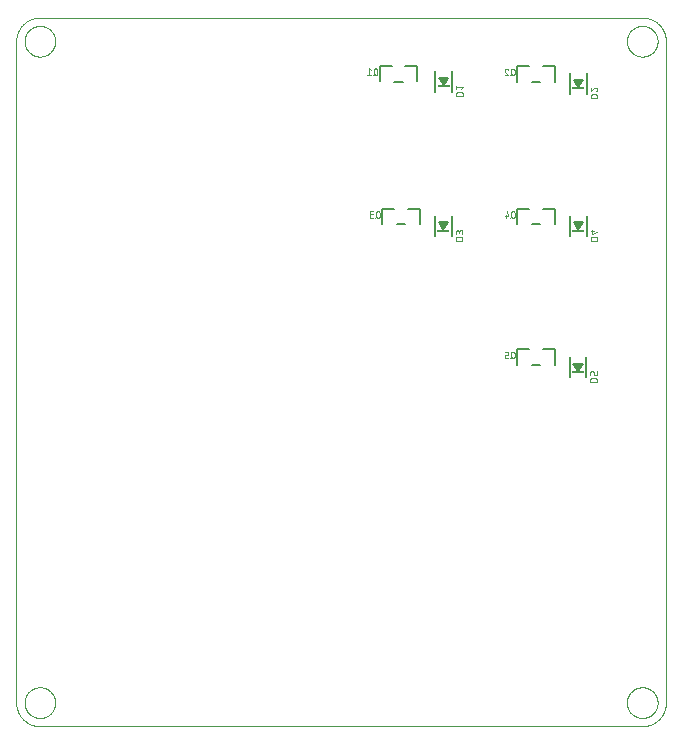
<source format=gbo>
G75*
%MOIN*%
%OFA0B0*%
%FSLAX25Y25*%
%IPPOS*%
%LPD*%
%AMOC8*
5,1,8,0,0,1.08239X$1,22.5*
%
%ADD10C,0.00001*%
%ADD11C,0.00800*%
%ADD12C,0.00200*%
%ADD13R,0.03937X0.00787*%
D10*
X0105675Y0063549D02*
X0105675Y0284021D01*
X0108431Y0284021D02*
X0108433Y0284164D01*
X0108439Y0284307D01*
X0108449Y0284449D01*
X0108463Y0284591D01*
X0108481Y0284733D01*
X0108503Y0284875D01*
X0108528Y0285015D01*
X0108558Y0285155D01*
X0108592Y0285294D01*
X0108629Y0285432D01*
X0108671Y0285569D01*
X0108716Y0285704D01*
X0108765Y0285838D01*
X0108817Y0285971D01*
X0108873Y0286103D01*
X0108933Y0286232D01*
X0108997Y0286360D01*
X0109064Y0286487D01*
X0109135Y0286611D01*
X0109209Y0286733D01*
X0109286Y0286853D01*
X0109367Y0286971D01*
X0109451Y0287087D01*
X0109538Y0287200D01*
X0109628Y0287311D01*
X0109722Y0287419D01*
X0109818Y0287525D01*
X0109917Y0287627D01*
X0110020Y0287727D01*
X0110124Y0287824D01*
X0110232Y0287919D01*
X0110342Y0288010D01*
X0110455Y0288098D01*
X0110570Y0288182D01*
X0110687Y0288264D01*
X0110807Y0288342D01*
X0110928Y0288417D01*
X0111052Y0288489D01*
X0111178Y0288557D01*
X0111305Y0288621D01*
X0111435Y0288682D01*
X0111566Y0288739D01*
X0111698Y0288793D01*
X0111832Y0288842D01*
X0111967Y0288889D01*
X0112104Y0288931D01*
X0112242Y0288969D01*
X0112380Y0289004D01*
X0112520Y0289034D01*
X0112660Y0289061D01*
X0112801Y0289084D01*
X0112943Y0289103D01*
X0113085Y0289118D01*
X0113228Y0289129D01*
X0113370Y0289136D01*
X0113513Y0289139D01*
X0113656Y0289138D01*
X0113799Y0289133D01*
X0113942Y0289124D01*
X0114084Y0289111D01*
X0114226Y0289094D01*
X0114367Y0289073D01*
X0114508Y0289048D01*
X0114648Y0289020D01*
X0114787Y0288987D01*
X0114925Y0288950D01*
X0115062Y0288910D01*
X0115198Y0288866D01*
X0115333Y0288818D01*
X0115466Y0288766D01*
X0115598Y0288711D01*
X0115728Y0288652D01*
X0115857Y0288589D01*
X0115983Y0288523D01*
X0116108Y0288453D01*
X0116231Y0288380D01*
X0116351Y0288304D01*
X0116470Y0288224D01*
X0116586Y0288140D01*
X0116700Y0288054D01*
X0116811Y0287964D01*
X0116920Y0287872D01*
X0117026Y0287776D01*
X0117130Y0287678D01*
X0117231Y0287576D01*
X0117328Y0287472D01*
X0117423Y0287365D01*
X0117515Y0287256D01*
X0117604Y0287144D01*
X0117690Y0287029D01*
X0117772Y0286913D01*
X0117851Y0286793D01*
X0117927Y0286672D01*
X0117999Y0286549D01*
X0118068Y0286424D01*
X0118133Y0286297D01*
X0118195Y0286168D01*
X0118253Y0286037D01*
X0118308Y0285905D01*
X0118358Y0285771D01*
X0118405Y0285636D01*
X0118449Y0285500D01*
X0118488Y0285363D01*
X0118523Y0285224D01*
X0118555Y0285085D01*
X0118583Y0284945D01*
X0118607Y0284804D01*
X0118627Y0284662D01*
X0118643Y0284520D01*
X0118655Y0284378D01*
X0118663Y0284235D01*
X0118667Y0284092D01*
X0118667Y0283950D01*
X0118663Y0283807D01*
X0118655Y0283664D01*
X0118643Y0283522D01*
X0118627Y0283380D01*
X0118607Y0283238D01*
X0118583Y0283097D01*
X0118555Y0282957D01*
X0118523Y0282818D01*
X0118488Y0282679D01*
X0118449Y0282542D01*
X0118405Y0282406D01*
X0118358Y0282271D01*
X0118308Y0282137D01*
X0118253Y0282005D01*
X0118195Y0281874D01*
X0118133Y0281745D01*
X0118068Y0281618D01*
X0117999Y0281493D01*
X0117927Y0281370D01*
X0117851Y0281249D01*
X0117772Y0281129D01*
X0117690Y0281013D01*
X0117604Y0280898D01*
X0117515Y0280786D01*
X0117423Y0280677D01*
X0117328Y0280570D01*
X0117231Y0280466D01*
X0117130Y0280364D01*
X0117026Y0280266D01*
X0116920Y0280170D01*
X0116811Y0280078D01*
X0116700Y0279988D01*
X0116586Y0279902D01*
X0116470Y0279818D01*
X0116351Y0279738D01*
X0116231Y0279662D01*
X0116108Y0279589D01*
X0115983Y0279519D01*
X0115857Y0279453D01*
X0115728Y0279390D01*
X0115598Y0279331D01*
X0115466Y0279276D01*
X0115333Y0279224D01*
X0115198Y0279176D01*
X0115062Y0279132D01*
X0114925Y0279092D01*
X0114787Y0279055D01*
X0114648Y0279022D01*
X0114508Y0278994D01*
X0114367Y0278969D01*
X0114226Y0278948D01*
X0114084Y0278931D01*
X0113942Y0278918D01*
X0113799Y0278909D01*
X0113656Y0278904D01*
X0113513Y0278903D01*
X0113370Y0278906D01*
X0113228Y0278913D01*
X0113085Y0278924D01*
X0112943Y0278939D01*
X0112801Y0278958D01*
X0112660Y0278981D01*
X0112520Y0279008D01*
X0112380Y0279038D01*
X0112242Y0279073D01*
X0112104Y0279111D01*
X0111967Y0279153D01*
X0111832Y0279200D01*
X0111698Y0279249D01*
X0111566Y0279303D01*
X0111435Y0279360D01*
X0111305Y0279421D01*
X0111178Y0279485D01*
X0111052Y0279553D01*
X0110928Y0279625D01*
X0110807Y0279700D01*
X0110687Y0279778D01*
X0110570Y0279860D01*
X0110455Y0279944D01*
X0110342Y0280032D01*
X0110232Y0280123D01*
X0110124Y0280218D01*
X0110020Y0280315D01*
X0109917Y0280415D01*
X0109818Y0280517D01*
X0109722Y0280623D01*
X0109628Y0280731D01*
X0109538Y0280842D01*
X0109451Y0280955D01*
X0109367Y0281071D01*
X0109286Y0281189D01*
X0109209Y0281309D01*
X0109135Y0281431D01*
X0109064Y0281555D01*
X0108997Y0281682D01*
X0108933Y0281810D01*
X0108873Y0281939D01*
X0108817Y0282071D01*
X0108765Y0282204D01*
X0108716Y0282338D01*
X0108671Y0282473D01*
X0108629Y0282610D01*
X0108592Y0282748D01*
X0108558Y0282887D01*
X0108528Y0283027D01*
X0108503Y0283167D01*
X0108481Y0283309D01*
X0108463Y0283451D01*
X0108449Y0283593D01*
X0108439Y0283735D01*
X0108433Y0283878D01*
X0108431Y0284021D01*
X0105675Y0284021D02*
X0105677Y0284211D01*
X0105684Y0284401D01*
X0105696Y0284591D01*
X0105712Y0284781D01*
X0105732Y0284970D01*
X0105758Y0285159D01*
X0105787Y0285347D01*
X0105822Y0285534D01*
X0105861Y0285720D01*
X0105904Y0285905D01*
X0105952Y0286090D01*
X0106004Y0286273D01*
X0106060Y0286454D01*
X0106121Y0286634D01*
X0106187Y0286813D01*
X0106256Y0286990D01*
X0106330Y0287166D01*
X0106408Y0287339D01*
X0106491Y0287511D01*
X0106577Y0287680D01*
X0106667Y0287848D01*
X0106762Y0288013D01*
X0106860Y0288176D01*
X0106963Y0288336D01*
X0107069Y0288494D01*
X0107179Y0288649D01*
X0107292Y0288802D01*
X0107410Y0288952D01*
X0107531Y0289098D01*
X0107655Y0289242D01*
X0107783Y0289383D01*
X0107914Y0289521D01*
X0108049Y0289656D01*
X0108187Y0289787D01*
X0108328Y0289915D01*
X0108472Y0290039D01*
X0108618Y0290160D01*
X0108768Y0290278D01*
X0108921Y0290391D01*
X0109076Y0290501D01*
X0109234Y0290607D01*
X0109394Y0290710D01*
X0109557Y0290808D01*
X0109722Y0290903D01*
X0109890Y0290993D01*
X0110059Y0291079D01*
X0110231Y0291162D01*
X0110404Y0291240D01*
X0110580Y0291314D01*
X0110757Y0291383D01*
X0110936Y0291449D01*
X0111116Y0291510D01*
X0111297Y0291566D01*
X0111480Y0291618D01*
X0111665Y0291666D01*
X0111850Y0291709D01*
X0112036Y0291748D01*
X0112223Y0291783D01*
X0112411Y0291812D01*
X0112600Y0291838D01*
X0112789Y0291858D01*
X0112979Y0291874D01*
X0113169Y0291886D01*
X0113359Y0291893D01*
X0113549Y0291895D01*
X0314336Y0291895D01*
X0309218Y0284021D02*
X0309220Y0284164D01*
X0309226Y0284307D01*
X0309236Y0284449D01*
X0309250Y0284591D01*
X0309268Y0284733D01*
X0309290Y0284875D01*
X0309315Y0285015D01*
X0309345Y0285155D01*
X0309379Y0285294D01*
X0309416Y0285432D01*
X0309458Y0285569D01*
X0309503Y0285704D01*
X0309552Y0285838D01*
X0309604Y0285971D01*
X0309660Y0286103D01*
X0309720Y0286232D01*
X0309784Y0286360D01*
X0309851Y0286487D01*
X0309922Y0286611D01*
X0309996Y0286733D01*
X0310073Y0286853D01*
X0310154Y0286971D01*
X0310238Y0287087D01*
X0310325Y0287200D01*
X0310415Y0287311D01*
X0310509Y0287419D01*
X0310605Y0287525D01*
X0310704Y0287627D01*
X0310807Y0287727D01*
X0310911Y0287824D01*
X0311019Y0287919D01*
X0311129Y0288010D01*
X0311242Y0288098D01*
X0311357Y0288182D01*
X0311474Y0288264D01*
X0311594Y0288342D01*
X0311715Y0288417D01*
X0311839Y0288489D01*
X0311965Y0288557D01*
X0312092Y0288621D01*
X0312222Y0288682D01*
X0312353Y0288739D01*
X0312485Y0288793D01*
X0312619Y0288842D01*
X0312754Y0288889D01*
X0312891Y0288931D01*
X0313029Y0288969D01*
X0313167Y0289004D01*
X0313307Y0289034D01*
X0313447Y0289061D01*
X0313588Y0289084D01*
X0313730Y0289103D01*
X0313872Y0289118D01*
X0314015Y0289129D01*
X0314157Y0289136D01*
X0314300Y0289139D01*
X0314443Y0289138D01*
X0314586Y0289133D01*
X0314729Y0289124D01*
X0314871Y0289111D01*
X0315013Y0289094D01*
X0315154Y0289073D01*
X0315295Y0289048D01*
X0315435Y0289020D01*
X0315574Y0288987D01*
X0315712Y0288950D01*
X0315849Y0288910D01*
X0315985Y0288866D01*
X0316120Y0288818D01*
X0316253Y0288766D01*
X0316385Y0288711D01*
X0316515Y0288652D01*
X0316644Y0288589D01*
X0316770Y0288523D01*
X0316895Y0288453D01*
X0317018Y0288380D01*
X0317138Y0288304D01*
X0317257Y0288224D01*
X0317373Y0288140D01*
X0317487Y0288054D01*
X0317598Y0287964D01*
X0317707Y0287872D01*
X0317813Y0287776D01*
X0317917Y0287678D01*
X0318018Y0287576D01*
X0318115Y0287472D01*
X0318210Y0287365D01*
X0318302Y0287256D01*
X0318391Y0287144D01*
X0318477Y0287029D01*
X0318559Y0286913D01*
X0318638Y0286793D01*
X0318714Y0286672D01*
X0318786Y0286549D01*
X0318855Y0286424D01*
X0318920Y0286297D01*
X0318982Y0286168D01*
X0319040Y0286037D01*
X0319095Y0285905D01*
X0319145Y0285771D01*
X0319192Y0285636D01*
X0319236Y0285500D01*
X0319275Y0285363D01*
X0319310Y0285224D01*
X0319342Y0285085D01*
X0319370Y0284945D01*
X0319394Y0284804D01*
X0319414Y0284662D01*
X0319430Y0284520D01*
X0319442Y0284378D01*
X0319450Y0284235D01*
X0319454Y0284092D01*
X0319454Y0283950D01*
X0319450Y0283807D01*
X0319442Y0283664D01*
X0319430Y0283522D01*
X0319414Y0283380D01*
X0319394Y0283238D01*
X0319370Y0283097D01*
X0319342Y0282957D01*
X0319310Y0282818D01*
X0319275Y0282679D01*
X0319236Y0282542D01*
X0319192Y0282406D01*
X0319145Y0282271D01*
X0319095Y0282137D01*
X0319040Y0282005D01*
X0318982Y0281874D01*
X0318920Y0281745D01*
X0318855Y0281618D01*
X0318786Y0281493D01*
X0318714Y0281370D01*
X0318638Y0281249D01*
X0318559Y0281129D01*
X0318477Y0281013D01*
X0318391Y0280898D01*
X0318302Y0280786D01*
X0318210Y0280677D01*
X0318115Y0280570D01*
X0318018Y0280466D01*
X0317917Y0280364D01*
X0317813Y0280266D01*
X0317707Y0280170D01*
X0317598Y0280078D01*
X0317487Y0279988D01*
X0317373Y0279902D01*
X0317257Y0279818D01*
X0317138Y0279738D01*
X0317018Y0279662D01*
X0316895Y0279589D01*
X0316770Y0279519D01*
X0316644Y0279453D01*
X0316515Y0279390D01*
X0316385Y0279331D01*
X0316253Y0279276D01*
X0316120Y0279224D01*
X0315985Y0279176D01*
X0315849Y0279132D01*
X0315712Y0279092D01*
X0315574Y0279055D01*
X0315435Y0279022D01*
X0315295Y0278994D01*
X0315154Y0278969D01*
X0315013Y0278948D01*
X0314871Y0278931D01*
X0314729Y0278918D01*
X0314586Y0278909D01*
X0314443Y0278904D01*
X0314300Y0278903D01*
X0314157Y0278906D01*
X0314015Y0278913D01*
X0313872Y0278924D01*
X0313730Y0278939D01*
X0313588Y0278958D01*
X0313447Y0278981D01*
X0313307Y0279008D01*
X0313167Y0279038D01*
X0313029Y0279073D01*
X0312891Y0279111D01*
X0312754Y0279153D01*
X0312619Y0279200D01*
X0312485Y0279249D01*
X0312353Y0279303D01*
X0312222Y0279360D01*
X0312092Y0279421D01*
X0311965Y0279485D01*
X0311839Y0279553D01*
X0311715Y0279625D01*
X0311594Y0279700D01*
X0311474Y0279778D01*
X0311357Y0279860D01*
X0311242Y0279944D01*
X0311129Y0280032D01*
X0311019Y0280123D01*
X0310911Y0280218D01*
X0310807Y0280315D01*
X0310704Y0280415D01*
X0310605Y0280517D01*
X0310509Y0280623D01*
X0310415Y0280731D01*
X0310325Y0280842D01*
X0310238Y0280955D01*
X0310154Y0281071D01*
X0310073Y0281189D01*
X0309996Y0281309D01*
X0309922Y0281431D01*
X0309851Y0281555D01*
X0309784Y0281682D01*
X0309720Y0281810D01*
X0309660Y0281939D01*
X0309604Y0282071D01*
X0309552Y0282204D01*
X0309503Y0282338D01*
X0309458Y0282473D01*
X0309416Y0282610D01*
X0309379Y0282748D01*
X0309345Y0282887D01*
X0309315Y0283027D01*
X0309290Y0283167D01*
X0309268Y0283309D01*
X0309250Y0283451D01*
X0309236Y0283593D01*
X0309226Y0283735D01*
X0309220Y0283878D01*
X0309218Y0284021D01*
X0314336Y0291895D02*
X0314526Y0291893D01*
X0314716Y0291886D01*
X0314906Y0291874D01*
X0315096Y0291858D01*
X0315285Y0291838D01*
X0315474Y0291812D01*
X0315662Y0291783D01*
X0315849Y0291748D01*
X0316035Y0291709D01*
X0316220Y0291666D01*
X0316405Y0291618D01*
X0316588Y0291566D01*
X0316769Y0291510D01*
X0316949Y0291449D01*
X0317128Y0291383D01*
X0317305Y0291314D01*
X0317481Y0291240D01*
X0317654Y0291162D01*
X0317826Y0291079D01*
X0317995Y0290993D01*
X0318163Y0290903D01*
X0318328Y0290808D01*
X0318491Y0290710D01*
X0318651Y0290607D01*
X0318809Y0290501D01*
X0318964Y0290391D01*
X0319117Y0290278D01*
X0319267Y0290160D01*
X0319413Y0290039D01*
X0319557Y0289915D01*
X0319698Y0289787D01*
X0319836Y0289656D01*
X0319971Y0289521D01*
X0320102Y0289383D01*
X0320230Y0289242D01*
X0320354Y0289098D01*
X0320475Y0288952D01*
X0320593Y0288802D01*
X0320706Y0288649D01*
X0320816Y0288494D01*
X0320922Y0288336D01*
X0321025Y0288176D01*
X0321123Y0288013D01*
X0321218Y0287848D01*
X0321308Y0287680D01*
X0321394Y0287511D01*
X0321477Y0287339D01*
X0321555Y0287166D01*
X0321629Y0286990D01*
X0321698Y0286813D01*
X0321764Y0286634D01*
X0321825Y0286454D01*
X0321881Y0286273D01*
X0321933Y0286090D01*
X0321981Y0285905D01*
X0322024Y0285720D01*
X0322063Y0285534D01*
X0322098Y0285347D01*
X0322127Y0285159D01*
X0322153Y0284970D01*
X0322173Y0284781D01*
X0322189Y0284591D01*
X0322201Y0284401D01*
X0322208Y0284211D01*
X0322210Y0284021D01*
X0322210Y0063549D01*
X0309218Y0063549D02*
X0309220Y0063692D01*
X0309226Y0063835D01*
X0309236Y0063977D01*
X0309250Y0064119D01*
X0309268Y0064261D01*
X0309290Y0064403D01*
X0309315Y0064543D01*
X0309345Y0064683D01*
X0309379Y0064822D01*
X0309416Y0064960D01*
X0309458Y0065097D01*
X0309503Y0065232D01*
X0309552Y0065366D01*
X0309604Y0065499D01*
X0309660Y0065631D01*
X0309720Y0065760D01*
X0309784Y0065888D01*
X0309851Y0066015D01*
X0309922Y0066139D01*
X0309996Y0066261D01*
X0310073Y0066381D01*
X0310154Y0066499D01*
X0310238Y0066615D01*
X0310325Y0066728D01*
X0310415Y0066839D01*
X0310509Y0066947D01*
X0310605Y0067053D01*
X0310704Y0067155D01*
X0310807Y0067255D01*
X0310911Y0067352D01*
X0311019Y0067447D01*
X0311129Y0067538D01*
X0311242Y0067626D01*
X0311357Y0067710D01*
X0311474Y0067792D01*
X0311594Y0067870D01*
X0311715Y0067945D01*
X0311839Y0068017D01*
X0311965Y0068085D01*
X0312092Y0068149D01*
X0312222Y0068210D01*
X0312353Y0068267D01*
X0312485Y0068321D01*
X0312619Y0068370D01*
X0312754Y0068417D01*
X0312891Y0068459D01*
X0313029Y0068497D01*
X0313167Y0068532D01*
X0313307Y0068562D01*
X0313447Y0068589D01*
X0313588Y0068612D01*
X0313730Y0068631D01*
X0313872Y0068646D01*
X0314015Y0068657D01*
X0314157Y0068664D01*
X0314300Y0068667D01*
X0314443Y0068666D01*
X0314586Y0068661D01*
X0314729Y0068652D01*
X0314871Y0068639D01*
X0315013Y0068622D01*
X0315154Y0068601D01*
X0315295Y0068576D01*
X0315435Y0068548D01*
X0315574Y0068515D01*
X0315712Y0068478D01*
X0315849Y0068438D01*
X0315985Y0068394D01*
X0316120Y0068346D01*
X0316253Y0068294D01*
X0316385Y0068239D01*
X0316515Y0068180D01*
X0316644Y0068117D01*
X0316770Y0068051D01*
X0316895Y0067981D01*
X0317018Y0067908D01*
X0317138Y0067832D01*
X0317257Y0067752D01*
X0317373Y0067668D01*
X0317487Y0067582D01*
X0317598Y0067492D01*
X0317707Y0067400D01*
X0317813Y0067304D01*
X0317917Y0067206D01*
X0318018Y0067104D01*
X0318115Y0067000D01*
X0318210Y0066893D01*
X0318302Y0066784D01*
X0318391Y0066672D01*
X0318477Y0066557D01*
X0318559Y0066441D01*
X0318638Y0066321D01*
X0318714Y0066200D01*
X0318786Y0066077D01*
X0318855Y0065952D01*
X0318920Y0065825D01*
X0318982Y0065696D01*
X0319040Y0065565D01*
X0319095Y0065433D01*
X0319145Y0065299D01*
X0319192Y0065164D01*
X0319236Y0065028D01*
X0319275Y0064891D01*
X0319310Y0064752D01*
X0319342Y0064613D01*
X0319370Y0064473D01*
X0319394Y0064332D01*
X0319414Y0064190D01*
X0319430Y0064048D01*
X0319442Y0063906D01*
X0319450Y0063763D01*
X0319454Y0063620D01*
X0319454Y0063478D01*
X0319450Y0063335D01*
X0319442Y0063192D01*
X0319430Y0063050D01*
X0319414Y0062908D01*
X0319394Y0062766D01*
X0319370Y0062625D01*
X0319342Y0062485D01*
X0319310Y0062346D01*
X0319275Y0062207D01*
X0319236Y0062070D01*
X0319192Y0061934D01*
X0319145Y0061799D01*
X0319095Y0061665D01*
X0319040Y0061533D01*
X0318982Y0061402D01*
X0318920Y0061273D01*
X0318855Y0061146D01*
X0318786Y0061021D01*
X0318714Y0060898D01*
X0318638Y0060777D01*
X0318559Y0060657D01*
X0318477Y0060541D01*
X0318391Y0060426D01*
X0318302Y0060314D01*
X0318210Y0060205D01*
X0318115Y0060098D01*
X0318018Y0059994D01*
X0317917Y0059892D01*
X0317813Y0059794D01*
X0317707Y0059698D01*
X0317598Y0059606D01*
X0317487Y0059516D01*
X0317373Y0059430D01*
X0317257Y0059346D01*
X0317138Y0059266D01*
X0317018Y0059190D01*
X0316895Y0059117D01*
X0316770Y0059047D01*
X0316644Y0058981D01*
X0316515Y0058918D01*
X0316385Y0058859D01*
X0316253Y0058804D01*
X0316120Y0058752D01*
X0315985Y0058704D01*
X0315849Y0058660D01*
X0315712Y0058620D01*
X0315574Y0058583D01*
X0315435Y0058550D01*
X0315295Y0058522D01*
X0315154Y0058497D01*
X0315013Y0058476D01*
X0314871Y0058459D01*
X0314729Y0058446D01*
X0314586Y0058437D01*
X0314443Y0058432D01*
X0314300Y0058431D01*
X0314157Y0058434D01*
X0314015Y0058441D01*
X0313872Y0058452D01*
X0313730Y0058467D01*
X0313588Y0058486D01*
X0313447Y0058509D01*
X0313307Y0058536D01*
X0313167Y0058566D01*
X0313029Y0058601D01*
X0312891Y0058639D01*
X0312754Y0058681D01*
X0312619Y0058728D01*
X0312485Y0058777D01*
X0312353Y0058831D01*
X0312222Y0058888D01*
X0312092Y0058949D01*
X0311965Y0059013D01*
X0311839Y0059081D01*
X0311715Y0059153D01*
X0311594Y0059228D01*
X0311474Y0059306D01*
X0311357Y0059388D01*
X0311242Y0059472D01*
X0311129Y0059560D01*
X0311019Y0059651D01*
X0310911Y0059746D01*
X0310807Y0059843D01*
X0310704Y0059943D01*
X0310605Y0060045D01*
X0310509Y0060151D01*
X0310415Y0060259D01*
X0310325Y0060370D01*
X0310238Y0060483D01*
X0310154Y0060599D01*
X0310073Y0060717D01*
X0309996Y0060837D01*
X0309922Y0060959D01*
X0309851Y0061083D01*
X0309784Y0061210D01*
X0309720Y0061338D01*
X0309660Y0061467D01*
X0309604Y0061599D01*
X0309552Y0061732D01*
X0309503Y0061866D01*
X0309458Y0062001D01*
X0309416Y0062138D01*
X0309379Y0062276D01*
X0309345Y0062415D01*
X0309315Y0062555D01*
X0309290Y0062695D01*
X0309268Y0062837D01*
X0309250Y0062979D01*
X0309236Y0063121D01*
X0309226Y0063263D01*
X0309220Y0063406D01*
X0309218Y0063549D01*
X0314336Y0055675D02*
X0314526Y0055677D01*
X0314716Y0055684D01*
X0314906Y0055696D01*
X0315096Y0055712D01*
X0315285Y0055732D01*
X0315474Y0055758D01*
X0315662Y0055787D01*
X0315849Y0055822D01*
X0316035Y0055861D01*
X0316220Y0055904D01*
X0316405Y0055952D01*
X0316588Y0056004D01*
X0316769Y0056060D01*
X0316949Y0056121D01*
X0317128Y0056187D01*
X0317305Y0056256D01*
X0317481Y0056330D01*
X0317654Y0056408D01*
X0317826Y0056491D01*
X0317995Y0056577D01*
X0318163Y0056667D01*
X0318328Y0056762D01*
X0318491Y0056860D01*
X0318651Y0056963D01*
X0318809Y0057069D01*
X0318964Y0057179D01*
X0319117Y0057292D01*
X0319267Y0057410D01*
X0319413Y0057531D01*
X0319557Y0057655D01*
X0319698Y0057783D01*
X0319836Y0057914D01*
X0319971Y0058049D01*
X0320102Y0058187D01*
X0320230Y0058328D01*
X0320354Y0058472D01*
X0320475Y0058618D01*
X0320593Y0058768D01*
X0320706Y0058921D01*
X0320816Y0059076D01*
X0320922Y0059234D01*
X0321025Y0059394D01*
X0321123Y0059557D01*
X0321218Y0059722D01*
X0321308Y0059890D01*
X0321394Y0060059D01*
X0321477Y0060231D01*
X0321555Y0060404D01*
X0321629Y0060580D01*
X0321698Y0060757D01*
X0321764Y0060936D01*
X0321825Y0061116D01*
X0321881Y0061297D01*
X0321933Y0061480D01*
X0321981Y0061665D01*
X0322024Y0061850D01*
X0322063Y0062036D01*
X0322098Y0062223D01*
X0322127Y0062411D01*
X0322153Y0062600D01*
X0322173Y0062789D01*
X0322189Y0062979D01*
X0322201Y0063169D01*
X0322208Y0063359D01*
X0322210Y0063549D01*
X0314336Y0055675D02*
X0113549Y0055675D01*
X0108431Y0063549D02*
X0108433Y0063692D01*
X0108439Y0063835D01*
X0108449Y0063977D01*
X0108463Y0064119D01*
X0108481Y0064261D01*
X0108503Y0064403D01*
X0108528Y0064543D01*
X0108558Y0064683D01*
X0108592Y0064822D01*
X0108629Y0064960D01*
X0108671Y0065097D01*
X0108716Y0065232D01*
X0108765Y0065366D01*
X0108817Y0065499D01*
X0108873Y0065631D01*
X0108933Y0065760D01*
X0108997Y0065888D01*
X0109064Y0066015D01*
X0109135Y0066139D01*
X0109209Y0066261D01*
X0109286Y0066381D01*
X0109367Y0066499D01*
X0109451Y0066615D01*
X0109538Y0066728D01*
X0109628Y0066839D01*
X0109722Y0066947D01*
X0109818Y0067053D01*
X0109917Y0067155D01*
X0110020Y0067255D01*
X0110124Y0067352D01*
X0110232Y0067447D01*
X0110342Y0067538D01*
X0110455Y0067626D01*
X0110570Y0067710D01*
X0110687Y0067792D01*
X0110807Y0067870D01*
X0110928Y0067945D01*
X0111052Y0068017D01*
X0111178Y0068085D01*
X0111305Y0068149D01*
X0111435Y0068210D01*
X0111566Y0068267D01*
X0111698Y0068321D01*
X0111832Y0068370D01*
X0111967Y0068417D01*
X0112104Y0068459D01*
X0112242Y0068497D01*
X0112380Y0068532D01*
X0112520Y0068562D01*
X0112660Y0068589D01*
X0112801Y0068612D01*
X0112943Y0068631D01*
X0113085Y0068646D01*
X0113228Y0068657D01*
X0113370Y0068664D01*
X0113513Y0068667D01*
X0113656Y0068666D01*
X0113799Y0068661D01*
X0113942Y0068652D01*
X0114084Y0068639D01*
X0114226Y0068622D01*
X0114367Y0068601D01*
X0114508Y0068576D01*
X0114648Y0068548D01*
X0114787Y0068515D01*
X0114925Y0068478D01*
X0115062Y0068438D01*
X0115198Y0068394D01*
X0115333Y0068346D01*
X0115466Y0068294D01*
X0115598Y0068239D01*
X0115728Y0068180D01*
X0115857Y0068117D01*
X0115983Y0068051D01*
X0116108Y0067981D01*
X0116231Y0067908D01*
X0116351Y0067832D01*
X0116470Y0067752D01*
X0116586Y0067668D01*
X0116700Y0067582D01*
X0116811Y0067492D01*
X0116920Y0067400D01*
X0117026Y0067304D01*
X0117130Y0067206D01*
X0117231Y0067104D01*
X0117328Y0067000D01*
X0117423Y0066893D01*
X0117515Y0066784D01*
X0117604Y0066672D01*
X0117690Y0066557D01*
X0117772Y0066441D01*
X0117851Y0066321D01*
X0117927Y0066200D01*
X0117999Y0066077D01*
X0118068Y0065952D01*
X0118133Y0065825D01*
X0118195Y0065696D01*
X0118253Y0065565D01*
X0118308Y0065433D01*
X0118358Y0065299D01*
X0118405Y0065164D01*
X0118449Y0065028D01*
X0118488Y0064891D01*
X0118523Y0064752D01*
X0118555Y0064613D01*
X0118583Y0064473D01*
X0118607Y0064332D01*
X0118627Y0064190D01*
X0118643Y0064048D01*
X0118655Y0063906D01*
X0118663Y0063763D01*
X0118667Y0063620D01*
X0118667Y0063478D01*
X0118663Y0063335D01*
X0118655Y0063192D01*
X0118643Y0063050D01*
X0118627Y0062908D01*
X0118607Y0062766D01*
X0118583Y0062625D01*
X0118555Y0062485D01*
X0118523Y0062346D01*
X0118488Y0062207D01*
X0118449Y0062070D01*
X0118405Y0061934D01*
X0118358Y0061799D01*
X0118308Y0061665D01*
X0118253Y0061533D01*
X0118195Y0061402D01*
X0118133Y0061273D01*
X0118068Y0061146D01*
X0117999Y0061021D01*
X0117927Y0060898D01*
X0117851Y0060777D01*
X0117772Y0060657D01*
X0117690Y0060541D01*
X0117604Y0060426D01*
X0117515Y0060314D01*
X0117423Y0060205D01*
X0117328Y0060098D01*
X0117231Y0059994D01*
X0117130Y0059892D01*
X0117026Y0059794D01*
X0116920Y0059698D01*
X0116811Y0059606D01*
X0116700Y0059516D01*
X0116586Y0059430D01*
X0116470Y0059346D01*
X0116351Y0059266D01*
X0116231Y0059190D01*
X0116108Y0059117D01*
X0115983Y0059047D01*
X0115857Y0058981D01*
X0115728Y0058918D01*
X0115598Y0058859D01*
X0115466Y0058804D01*
X0115333Y0058752D01*
X0115198Y0058704D01*
X0115062Y0058660D01*
X0114925Y0058620D01*
X0114787Y0058583D01*
X0114648Y0058550D01*
X0114508Y0058522D01*
X0114367Y0058497D01*
X0114226Y0058476D01*
X0114084Y0058459D01*
X0113942Y0058446D01*
X0113799Y0058437D01*
X0113656Y0058432D01*
X0113513Y0058431D01*
X0113370Y0058434D01*
X0113228Y0058441D01*
X0113085Y0058452D01*
X0112943Y0058467D01*
X0112801Y0058486D01*
X0112660Y0058509D01*
X0112520Y0058536D01*
X0112380Y0058566D01*
X0112242Y0058601D01*
X0112104Y0058639D01*
X0111967Y0058681D01*
X0111832Y0058728D01*
X0111698Y0058777D01*
X0111566Y0058831D01*
X0111435Y0058888D01*
X0111305Y0058949D01*
X0111178Y0059013D01*
X0111052Y0059081D01*
X0110928Y0059153D01*
X0110807Y0059228D01*
X0110687Y0059306D01*
X0110570Y0059388D01*
X0110455Y0059472D01*
X0110342Y0059560D01*
X0110232Y0059651D01*
X0110124Y0059746D01*
X0110020Y0059843D01*
X0109917Y0059943D01*
X0109818Y0060045D01*
X0109722Y0060151D01*
X0109628Y0060259D01*
X0109538Y0060370D01*
X0109451Y0060483D01*
X0109367Y0060599D01*
X0109286Y0060717D01*
X0109209Y0060837D01*
X0109135Y0060959D01*
X0109064Y0061083D01*
X0108997Y0061210D01*
X0108933Y0061338D01*
X0108873Y0061467D01*
X0108817Y0061599D01*
X0108765Y0061732D01*
X0108716Y0061866D01*
X0108671Y0062001D01*
X0108629Y0062138D01*
X0108592Y0062276D01*
X0108558Y0062415D01*
X0108528Y0062555D01*
X0108503Y0062695D01*
X0108481Y0062837D01*
X0108463Y0062979D01*
X0108449Y0063121D01*
X0108439Y0063263D01*
X0108433Y0063406D01*
X0108431Y0063549D01*
X0105675Y0063549D02*
X0105677Y0063359D01*
X0105684Y0063169D01*
X0105696Y0062979D01*
X0105712Y0062789D01*
X0105732Y0062600D01*
X0105758Y0062411D01*
X0105787Y0062223D01*
X0105822Y0062036D01*
X0105861Y0061850D01*
X0105904Y0061665D01*
X0105952Y0061480D01*
X0106004Y0061297D01*
X0106060Y0061116D01*
X0106121Y0060936D01*
X0106187Y0060757D01*
X0106256Y0060580D01*
X0106330Y0060404D01*
X0106408Y0060231D01*
X0106491Y0060059D01*
X0106577Y0059890D01*
X0106667Y0059722D01*
X0106762Y0059557D01*
X0106860Y0059394D01*
X0106963Y0059234D01*
X0107069Y0059076D01*
X0107179Y0058921D01*
X0107292Y0058768D01*
X0107410Y0058618D01*
X0107531Y0058472D01*
X0107655Y0058328D01*
X0107783Y0058187D01*
X0107914Y0058049D01*
X0108049Y0057914D01*
X0108187Y0057783D01*
X0108328Y0057655D01*
X0108472Y0057531D01*
X0108618Y0057410D01*
X0108768Y0057292D01*
X0108921Y0057179D01*
X0109076Y0057069D01*
X0109234Y0056963D01*
X0109394Y0056860D01*
X0109557Y0056762D01*
X0109722Y0056667D01*
X0109890Y0056577D01*
X0110059Y0056491D01*
X0110231Y0056408D01*
X0110404Y0056330D01*
X0110580Y0056256D01*
X0110757Y0056187D01*
X0110936Y0056121D01*
X0111116Y0056060D01*
X0111297Y0056004D01*
X0111480Y0055952D01*
X0111665Y0055904D01*
X0111850Y0055861D01*
X0112036Y0055822D01*
X0112223Y0055787D01*
X0112411Y0055758D01*
X0112600Y0055732D01*
X0112789Y0055712D01*
X0112979Y0055696D01*
X0113169Y0055684D01*
X0113359Y0055677D01*
X0113549Y0055675D01*
D11*
X0272713Y0176138D02*
X0272713Y0181306D01*
X0276684Y0181306D01*
X0281122Y0181306D02*
X0285094Y0181306D01*
X0285094Y0176138D01*
X0280425Y0176106D02*
X0277437Y0176106D01*
X0290173Y0178846D02*
X0290173Y0171972D01*
X0292929Y0174228D02*
X0291354Y0176590D01*
X0294504Y0176590D01*
X0292929Y0174228D01*
X0292929Y0175016D02*
X0292142Y0176197D01*
X0293716Y0176197D01*
X0292929Y0175016D01*
X0292638Y0175452D02*
X0293220Y0175452D01*
X0295685Y0178846D02*
X0295685Y0171972D01*
X0295793Y0219010D02*
X0295793Y0225884D01*
X0294612Y0223628D02*
X0291462Y0223628D01*
X0293037Y0221266D01*
X0294612Y0223628D01*
X0293825Y0223234D02*
X0292250Y0223234D01*
X0293037Y0222053D01*
X0293825Y0223234D01*
X0293378Y0222564D02*
X0292697Y0222564D01*
X0290281Y0225884D02*
X0290281Y0219010D01*
X0285094Y0222969D02*
X0285094Y0228137D01*
X0281122Y0228137D01*
X0276684Y0228137D02*
X0272713Y0228137D01*
X0272713Y0222969D01*
X0277437Y0222937D02*
X0280425Y0222937D01*
X0250793Y0225884D02*
X0250793Y0219010D01*
X0248037Y0221266D02*
X0246462Y0223628D01*
X0249612Y0223628D01*
X0248037Y0221266D01*
X0248037Y0222053D02*
X0247250Y0223234D01*
X0248825Y0223234D01*
X0248037Y0222053D01*
X0247697Y0222564D02*
X0248378Y0222564D01*
X0245281Y0225884D02*
X0245281Y0219010D01*
X0240094Y0222969D02*
X0240094Y0228137D01*
X0236122Y0228137D01*
X0231684Y0228137D02*
X0227713Y0228137D01*
X0227713Y0222969D01*
X0232437Y0222937D02*
X0235425Y0222937D01*
X0245419Y0267238D02*
X0245419Y0274112D01*
X0246600Y0271856D02*
X0248175Y0269494D01*
X0249750Y0271856D01*
X0246600Y0271856D01*
X0247388Y0271462D02*
X0248175Y0270281D01*
X0248962Y0271462D01*
X0247388Y0271462D01*
X0247514Y0271273D02*
X0248836Y0271273D01*
X0248304Y0270475D02*
X0248046Y0270475D01*
X0250931Y0267238D02*
X0250931Y0274112D01*
X0239366Y0275775D02*
X0239366Y0270606D01*
X0234696Y0270575D02*
X0231709Y0270575D01*
X0226984Y0270606D02*
X0226984Y0275775D01*
X0230956Y0275775D01*
X0235394Y0275775D02*
X0239366Y0275775D01*
X0272713Y0275637D02*
X0272713Y0270469D01*
X0277437Y0270437D02*
X0280425Y0270437D01*
X0285094Y0270469D02*
X0285094Y0275637D01*
X0281122Y0275637D01*
X0276684Y0275637D02*
X0272713Y0275637D01*
X0290281Y0273384D02*
X0290281Y0266510D01*
X0293037Y0268766D02*
X0291462Y0271128D01*
X0294612Y0271128D01*
X0293037Y0268766D01*
X0293037Y0269553D02*
X0292250Y0270734D01*
X0293825Y0270734D01*
X0293037Y0269553D01*
X0292955Y0269676D02*
X0293119Y0269676D01*
X0293652Y0270475D02*
X0292423Y0270475D01*
X0295793Y0273384D02*
X0295793Y0266510D01*
D12*
X0297137Y0267279D02*
X0297137Y0268501D01*
X0297137Y0267279D02*
X0298359Y0268318D01*
X0299338Y0267951D02*
X0299336Y0267899D01*
X0299330Y0267847D01*
X0299321Y0267795D01*
X0299307Y0267745D01*
X0299290Y0267695D01*
X0299269Y0267647D01*
X0299245Y0267601D01*
X0299218Y0267557D01*
X0299187Y0267514D01*
X0299153Y0267474D01*
X0299117Y0267437D01*
X0299077Y0267403D01*
X0299035Y0267371D01*
X0298992Y0267343D01*
X0298946Y0267318D01*
X0298898Y0267296D01*
X0298849Y0267278D01*
X0298359Y0268318D02*
X0298393Y0268351D01*
X0298430Y0268381D01*
X0298470Y0268409D01*
X0298511Y0268433D01*
X0298554Y0268453D01*
X0298599Y0268470D01*
X0298645Y0268484D01*
X0298692Y0268493D01*
X0298739Y0268499D01*
X0298787Y0268501D01*
X0298832Y0268499D01*
X0298878Y0268493D01*
X0298922Y0268484D01*
X0298966Y0268471D01*
X0299008Y0268455D01*
X0299049Y0268435D01*
X0299088Y0268411D01*
X0299125Y0268385D01*
X0299160Y0268356D01*
X0299192Y0268324D01*
X0299221Y0268289D01*
X0299247Y0268252D01*
X0299271Y0268213D01*
X0299291Y0268172D01*
X0299307Y0268130D01*
X0299320Y0268086D01*
X0299329Y0268042D01*
X0299335Y0267996D01*
X0299337Y0267951D01*
X0298726Y0266269D02*
X0297748Y0266269D01*
X0297700Y0266267D01*
X0297652Y0266261D01*
X0297605Y0266252D01*
X0297559Y0266239D01*
X0297514Y0266222D01*
X0297471Y0266202D01*
X0297429Y0266179D01*
X0297389Y0266152D01*
X0297351Y0266123D01*
X0297316Y0266090D01*
X0297283Y0266055D01*
X0297254Y0266017D01*
X0297227Y0265977D01*
X0297204Y0265935D01*
X0297184Y0265892D01*
X0297167Y0265847D01*
X0297154Y0265801D01*
X0297145Y0265754D01*
X0297139Y0265706D01*
X0297137Y0265658D01*
X0297137Y0265047D01*
X0299337Y0265047D01*
X0299337Y0265658D01*
X0299335Y0265706D01*
X0299329Y0265754D01*
X0299320Y0265801D01*
X0299307Y0265847D01*
X0299290Y0265892D01*
X0299270Y0265935D01*
X0299247Y0265977D01*
X0299220Y0266017D01*
X0299191Y0266055D01*
X0299158Y0266090D01*
X0299123Y0266123D01*
X0299085Y0266152D01*
X0299045Y0266179D01*
X0299003Y0266202D01*
X0298960Y0266222D01*
X0298915Y0266239D01*
X0298869Y0266252D01*
X0298822Y0266261D01*
X0298774Y0266267D01*
X0298726Y0266269D01*
X0271803Y0273248D02*
X0271803Y0274226D01*
X0271801Y0274274D01*
X0271795Y0274322D01*
X0271786Y0274369D01*
X0271773Y0274415D01*
X0271756Y0274460D01*
X0271736Y0274503D01*
X0271713Y0274545D01*
X0271686Y0274585D01*
X0271657Y0274623D01*
X0271624Y0274658D01*
X0271589Y0274691D01*
X0271551Y0274720D01*
X0271511Y0274747D01*
X0271469Y0274770D01*
X0271426Y0274790D01*
X0271381Y0274807D01*
X0271335Y0274820D01*
X0271288Y0274829D01*
X0271240Y0274835D01*
X0271192Y0274837D01*
X0271144Y0274835D01*
X0271096Y0274829D01*
X0271049Y0274820D01*
X0271003Y0274807D01*
X0270958Y0274790D01*
X0270915Y0274770D01*
X0270873Y0274747D01*
X0270833Y0274720D01*
X0270795Y0274691D01*
X0270760Y0274658D01*
X0270727Y0274623D01*
X0270698Y0274585D01*
X0270671Y0274545D01*
X0270648Y0274503D01*
X0270628Y0274460D01*
X0270611Y0274415D01*
X0270598Y0274369D01*
X0270589Y0274322D01*
X0270583Y0274274D01*
X0270581Y0274226D01*
X0270581Y0273248D01*
X0270826Y0273126D02*
X0270337Y0272637D01*
X0269700Y0272637D02*
X0268478Y0272637D01*
X0269700Y0272637D02*
X0268661Y0273859D01*
X0269028Y0274838D02*
X0269080Y0274836D01*
X0269132Y0274830D01*
X0269184Y0274821D01*
X0269234Y0274807D01*
X0269284Y0274790D01*
X0269332Y0274769D01*
X0269378Y0274745D01*
X0269422Y0274718D01*
X0269465Y0274687D01*
X0269505Y0274653D01*
X0269542Y0274617D01*
X0269576Y0274577D01*
X0269608Y0274535D01*
X0269636Y0274492D01*
X0269661Y0274446D01*
X0269683Y0274398D01*
X0269701Y0274349D01*
X0268661Y0273859D02*
X0268628Y0273893D01*
X0268598Y0273930D01*
X0268570Y0273970D01*
X0268546Y0274011D01*
X0268526Y0274054D01*
X0268509Y0274099D01*
X0268495Y0274145D01*
X0268486Y0274192D01*
X0268480Y0274239D01*
X0268478Y0274287D01*
X0268480Y0274332D01*
X0268486Y0274378D01*
X0268495Y0274422D01*
X0268508Y0274466D01*
X0268524Y0274508D01*
X0268544Y0274549D01*
X0268568Y0274588D01*
X0268594Y0274625D01*
X0268623Y0274660D01*
X0268655Y0274692D01*
X0268690Y0274721D01*
X0268727Y0274747D01*
X0268766Y0274771D01*
X0268807Y0274791D01*
X0268849Y0274807D01*
X0268893Y0274820D01*
X0268937Y0274829D01*
X0268983Y0274835D01*
X0269028Y0274837D01*
X0270581Y0273248D02*
X0270583Y0273200D01*
X0270589Y0273152D01*
X0270598Y0273105D01*
X0270611Y0273059D01*
X0270628Y0273014D01*
X0270648Y0272971D01*
X0270671Y0272929D01*
X0270698Y0272889D01*
X0270727Y0272851D01*
X0270760Y0272816D01*
X0270795Y0272783D01*
X0270833Y0272754D01*
X0270873Y0272727D01*
X0270915Y0272704D01*
X0270958Y0272684D01*
X0271003Y0272667D01*
X0271049Y0272654D01*
X0271096Y0272645D01*
X0271144Y0272639D01*
X0271192Y0272637D01*
X0271240Y0272639D01*
X0271288Y0272645D01*
X0271335Y0272654D01*
X0271381Y0272667D01*
X0271426Y0272684D01*
X0271469Y0272704D01*
X0271511Y0272727D01*
X0271551Y0272754D01*
X0271589Y0272783D01*
X0271624Y0272816D01*
X0271657Y0272851D01*
X0271686Y0272889D01*
X0271713Y0272929D01*
X0271736Y0272971D01*
X0271756Y0273014D01*
X0271773Y0273059D01*
X0271786Y0273105D01*
X0271795Y0273152D01*
X0271801Y0273200D01*
X0271803Y0273248D01*
X0254475Y0268618D02*
X0252275Y0268618D01*
X0252275Y0268007D02*
X0252275Y0269229D01*
X0253986Y0268007D02*
X0254475Y0268618D01*
X0253864Y0266997D02*
X0252886Y0266997D01*
X0252838Y0266995D01*
X0252790Y0266989D01*
X0252743Y0266980D01*
X0252697Y0266967D01*
X0252652Y0266950D01*
X0252609Y0266930D01*
X0252567Y0266907D01*
X0252527Y0266880D01*
X0252489Y0266851D01*
X0252454Y0266818D01*
X0252421Y0266783D01*
X0252392Y0266745D01*
X0252365Y0266705D01*
X0252342Y0266663D01*
X0252322Y0266620D01*
X0252305Y0266575D01*
X0252292Y0266529D01*
X0252283Y0266482D01*
X0252277Y0266434D01*
X0252275Y0266386D01*
X0252275Y0265775D01*
X0254475Y0265775D01*
X0254475Y0266386D01*
X0254473Y0266434D01*
X0254467Y0266482D01*
X0254458Y0266529D01*
X0254445Y0266575D01*
X0254428Y0266620D01*
X0254408Y0266663D01*
X0254385Y0266705D01*
X0254358Y0266745D01*
X0254329Y0266783D01*
X0254296Y0266818D01*
X0254261Y0266851D01*
X0254223Y0266880D01*
X0254183Y0266907D01*
X0254141Y0266930D01*
X0254098Y0266950D01*
X0254053Y0266967D01*
X0254007Y0266980D01*
X0253960Y0266989D01*
X0253912Y0266995D01*
X0253864Y0266997D01*
X0226075Y0273386D02*
X0226075Y0274364D01*
X0226073Y0274412D01*
X0226067Y0274460D01*
X0226058Y0274507D01*
X0226045Y0274553D01*
X0226028Y0274598D01*
X0226008Y0274641D01*
X0225985Y0274683D01*
X0225958Y0274723D01*
X0225929Y0274761D01*
X0225896Y0274796D01*
X0225861Y0274829D01*
X0225823Y0274858D01*
X0225783Y0274885D01*
X0225741Y0274908D01*
X0225698Y0274928D01*
X0225653Y0274945D01*
X0225607Y0274958D01*
X0225560Y0274967D01*
X0225512Y0274973D01*
X0225464Y0274975D01*
X0225416Y0274973D01*
X0225368Y0274967D01*
X0225321Y0274958D01*
X0225275Y0274945D01*
X0225230Y0274928D01*
X0225187Y0274908D01*
X0225145Y0274885D01*
X0225105Y0274858D01*
X0225067Y0274829D01*
X0225032Y0274796D01*
X0224999Y0274761D01*
X0224970Y0274723D01*
X0224943Y0274683D01*
X0224920Y0274641D01*
X0224900Y0274598D01*
X0224883Y0274553D01*
X0224870Y0274507D01*
X0224861Y0274460D01*
X0224855Y0274412D01*
X0224853Y0274364D01*
X0224853Y0273386D01*
X0225097Y0273264D02*
X0224608Y0272775D01*
X0223972Y0272775D02*
X0222749Y0272775D01*
X0223361Y0272775D02*
X0223361Y0274975D01*
X0223972Y0274486D01*
X0224853Y0273386D02*
X0224855Y0273338D01*
X0224861Y0273290D01*
X0224870Y0273243D01*
X0224883Y0273197D01*
X0224900Y0273152D01*
X0224920Y0273109D01*
X0224943Y0273067D01*
X0224970Y0273027D01*
X0224999Y0272989D01*
X0225032Y0272954D01*
X0225067Y0272921D01*
X0225105Y0272892D01*
X0225145Y0272865D01*
X0225187Y0272842D01*
X0225230Y0272822D01*
X0225275Y0272805D01*
X0225321Y0272792D01*
X0225368Y0272783D01*
X0225416Y0272777D01*
X0225464Y0272775D01*
X0225512Y0272777D01*
X0225560Y0272783D01*
X0225607Y0272792D01*
X0225653Y0272805D01*
X0225698Y0272822D01*
X0225741Y0272842D01*
X0225783Y0272865D01*
X0225823Y0272892D01*
X0225861Y0272921D01*
X0225896Y0272954D01*
X0225929Y0272989D01*
X0225958Y0273027D01*
X0225985Y0273067D01*
X0226008Y0273109D01*
X0226028Y0273152D01*
X0226045Y0273197D01*
X0226058Y0273243D01*
X0226067Y0273290D01*
X0226073Y0273338D01*
X0226075Y0273386D01*
X0224700Y0227337D02*
X0223967Y0227337D01*
X0223924Y0227335D01*
X0223882Y0227330D01*
X0223840Y0227320D01*
X0223800Y0227308D01*
X0223760Y0227291D01*
X0223723Y0227271D01*
X0223687Y0227249D01*
X0223653Y0227223D01*
X0223621Y0227194D01*
X0223592Y0227162D01*
X0223566Y0227128D01*
X0223544Y0227093D01*
X0223524Y0227055D01*
X0223507Y0227015D01*
X0223495Y0226975D01*
X0223485Y0226933D01*
X0223480Y0226891D01*
X0223478Y0226848D01*
X0223480Y0226805D01*
X0223485Y0226763D01*
X0223495Y0226721D01*
X0223507Y0226681D01*
X0223524Y0226641D01*
X0223544Y0226604D01*
X0223566Y0226568D01*
X0223592Y0226534D01*
X0223621Y0226502D01*
X0223653Y0226473D01*
X0223687Y0226447D01*
X0223723Y0226425D01*
X0223760Y0226405D01*
X0223800Y0226388D01*
X0223840Y0226376D01*
X0223882Y0226366D01*
X0223924Y0226361D01*
X0223967Y0226359D01*
X0224456Y0226359D01*
X0224089Y0226359D02*
X0224041Y0226357D01*
X0223993Y0226351D01*
X0223946Y0226342D01*
X0223900Y0226329D01*
X0223855Y0226312D01*
X0223812Y0226292D01*
X0223770Y0226269D01*
X0223730Y0226242D01*
X0223692Y0226213D01*
X0223657Y0226180D01*
X0223624Y0226145D01*
X0223595Y0226107D01*
X0223568Y0226067D01*
X0223545Y0226025D01*
X0223525Y0225982D01*
X0223508Y0225937D01*
X0223495Y0225891D01*
X0223486Y0225844D01*
X0223480Y0225796D01*
X0223478Y0225748D01*
X0223480Y0225700D01*
X0223486Y0225652D01*
X0223495Y0225605D01*
X0223508Y0225559D01*
X0223525Y0225514D01*
X0223545Y0225471D01*
X0223568Y0225429D01*
X0223595Y0225389D01*
X0223624Y0225351D01*
X0223657Y0225316D01*
X0223692Y0225283D01*
X0223730Y0225254D01*
X0223770Y0225227D01*
X0223812Y0225204D01*
X0223855Y0225184D01*
X0223900Y0225167D01*
X0223946Y0225154D01*
X0223993Y0225145D01*
X0224041Y0225139D01*
X0224089Y0225137D01*
X0224700Y0225137D01*
X0225337Y0225137D02*
X0225826Y0225626D01*
X0225581Y0225748D02*
X0225581Y0226726D01*
X0225583Y0226774D01*
X0225589Y0226822D01*
X0225598Y0226869D01*
X0225611Y0226915D01*
X0225628Y0226960D01*
X0225648Y0227003D01*
X0225671Y0227045D01*
X0225698Y0227085D01*
X0225727Y0227123D01*
X0225760Y0227158D01*
X0225795Y0227191D01*
X0225833Y0227220D01*
X0225873Y0227247D01*
X0225915Y0227270D01*
X0225958Y0227290D01*
X0226003Y0227307D01*
X0226049Y0227320D01*
X0226096Y0227329D01*
X0226144Y0227335D01*
X0226192Y0227337D01*
X0226240Y0227335D01*
X0226288Y0227329D01*
X0226335Y0227320D01*
X0226381Y0227307D01*
X0226426Y0227290D01*
X0226469Y0227270D01*
X0226511Y0227247D01*
X0226551Y0227220D01*
X0226589Y0227191D01*
X0226624Y0227158D01*
X0226657Y0227123D01*
X0226686Y0227085D01*
X0226713Y0227045D01*
X0226736Y0227003D01*
X0226756Y0226960D01*
X0226773Y0226915D01*
X0226786Y0226869D01*
X0226795Y0226822D01*
X0226801Y0226774D01*
X0226803Y0226726D01*
X0226803Y0225748D01*
X0226801Y0225700D01*
X0226795Y0225652D01*
X0226786Y0225605D01*
X0226773Y0225559D01*
X0226756Y0225514D01*
X0226736Y0225471D01*
X0226713Y0225429D01*
X0226686Y0225389D01*
X0226657Y0225351D01*
X0226624Y0225316D01*
X0226589Y0225283D01*
X0226551Y0225254D01*
X0226511Y0225227D01*
X0226469Y0225204D01*
X0226426Y0225184D01*
X0226381Y0225167D01*
X0226335Y0225154D01*
X0226288Y0225145D01*
X0226240Y0225139D01*
X0226192Y0225137D01*
X0226144Y0225139D01*
X0226096Y0225145D01*
X0226049Y0225154D01*
X0226003Y0225167D01*
X0225958Y0225184D01*
X0225915Y0225204D01*
X0225873Y0225227D01*
X0225833Y0225254D01*
X0225795Y0225283D01*
X0225760Y0225316D01*
X0225727Y0225351D01*
X0225698Y0225389D01*
X0225671Y0225429D01*
X0225648Y0225471D01*
X0225628Y0225514D01*
X0225611Y0225559D01*
X0225598Y0225605D01*
X0225589Y0225652D01*
X0225583Y0225700D01*
X0225581Y0225748D01*
X0252137Y0220390D02*
X0252137Y0219779D01*
X0252137Y0220390D02*
X0252139Y0220438D01*
X0252145Y0220486D01*
X0252154Y0220533D01*
X0252167Y0220579D01*
X0252184Y0220624D01*
X0252204Y0220667D01*
X0252227Y0220709D01*
X0252254Y0220749D01*
X0252283Y0220787D01*
X0252316Y0220822D01*
X0252351Y0220855D01*
X0252389Y0220884D01*
X0252429Y0220911D01*
X0252471Y0220934D01*
X0252514Y0220954D01*
X0252559Y0220971D01*
X0252605Y0220984D01*
X0252652Y0220993D01*
X0252700Y0220999D01*
X0252748Y0221001D01*
X0252796Y0220999D01*
X0252844Y0220993D01*
X0252891Y0220984D01*
X0252937Y0220971D01*
X0252982Y0220954D01*
X0253025Y0220934D01*
X0253067Y0220911D01*
X0253107Y0220884D01*
X0253145Y0220855D01*
X0253180Y0220822D01*
X0253213Y0220787D01*
X0253242Y0220749D01*
X0253269Y0220709D01*
X0253292Y0220667D01*
X0253312Y0220624D01*
X0253329Y0220579D01*
X0253342Y0220533D01*
X0253351Y0220486D01*
X0253357Y0220438D01*
X0253359Y0220390D01*
X0253359Y0220512D02*
X0253359Y0220023D01*
X0253359Y0220512D02*
X0253361Y0220555D01*
X0253366Y0220597D01*
X0253376Y0220639D01*
X0253388Y0220679D01*
X0253405Y0220719D01*
X0253425Y0220757D01*
X0253447Y0220792D01*
X0253473Y0220826D01*
X0253502Y0220858D01*
X0253534Y0220887D01*
X0253568Y0220913D01*
X0253604Y0220935D01*
X0253641Y0220955D01*
X0253681Y0220972D01*
X0253721Y0220984D01*
X0253763Y0220994D01*
X0253805Y0220999D01*
X0253848Y0221001D01*
X0253891Y0220999D01*
X0253933Y0220994D01*
X0253975Y0220984D01*
X0254015Y0220972D01*
X0254055Y0220955D01*
X0254093Y0220935D01*
X0254128Y0220913D01*
X0254162Y0220887D01*
X0254194Y0220858D01*
X0254223Y0220826D01*
X0254249Y0220792D01*
X0254271Y0220757D01*
X0254291Y0220719D01*
X0254308Y0220679D01*
X0254320Y0220639D01*
X0254330Y0220597D01*
X0254335Y0220555D01*
X0254337Y0220512D01*
X0254337Y0219779D01*
X0253726Y0218769D02*
X0252748Y0218769D01*
X0252700Y0218767D01*
X0252652Y0218761D01*
X0252605Y0218752D01*
X0252559Y0218739D01*
X0252514Y0218722D01*
X0252471Y0218702D01*
X0252429Y0218679D01*
X0252389Y0218652D01*
X0252351Y0218623D01*
X0252316Y0218590D01*
X0252283Y0218555D01*
X0252254Y0218517D01*
X0252227Y0218477D01*
X0252204Y0218435D01*
X0252184Y0218392D01*
X0252167Y0218347D01*
X0252154Y0218301D01*
X0252145Y0218254D01*
X0252139Y0218206D01*
X0252137Y0218158D01*
X0252137Y0217547D01*
X0254337Y0217547D01*
X0254337Y0218158D01*
X0254335Y0218206D01*
X0254329Y0218254D01*
X0254320Y0218301D01*
X0254307Y0218347D01*
X0254290Y0218392D01*
X0254270Y0218435D01*
X0254247Y0218477D01*
X0254220Y0218517D01*
X0254191Y0218555D01*
X0254158Y0218590D01*
X0254123Y0218623D01*
X0254085Y0218652D01*
X0254045Y0218679D01*
X0254003Y0218702D01*
X0253960Y0218722D01*
X0253915Y0218739D01*
X0253869Y0218752D01*
X0253822Y0218761D01*
X0253774Y0218767D01*
X0253726Y0218769D01*
X0268478Y0225626D02*
X0269700Y0225626D01*
X0269211Y0227337D01*
X0268845Y0226115D02*
X0268845Y0225137D01*
X0270337Y0225137D02*
X0270826Y0225626D01*
X0270581Y0225748D02*
X0270581Y0226726D01*
X0270583Y0226774D01*
X0270589Y0226822D01*
X0270598Y0226869D01*
X0270611Y0226915D01*
X0270628Y0226960D01*
X0270648Y0227003D01*
X0270671Y0227045D01*
X0270698Y0227085D01*
X0270727Y0227123D01*
X0270760Y0227158D01*
X0270795Y0227191D01*
X0270833Y0227220D01*
X0270873Y0227247D01*
X0270915Y0227270D01*
X0270958Y0227290D01*
X0271003Y0227307D01*
X0271049Y0227320D01*
X0271096Y0227329D01*
X0271144Y0227335D01*
X0271192Y0227337D01*
X0271240Y0227335D01*
X0271288Y0227329D01*
X0271335Y0227320D01*
X0271381Y0227307D01*
X0271426Y0227290D01*
X0271469Y0227270D01*
X0271511Y0227247D01*
X0271551Y0227220D01*
X0271589Y0227191D01*
X0271624Y0227158D01*
X0271657Y0227123D01*
X0271686Y0227085D01*
X0271713Y0227045D01*
X0271736Y0227003D01*
X0271756Y0226960D01*
X0271773Y0226915D01*
X0271786Y0226869D01*
X0271795Y0226822D01*
X0271801Y0226774D01*
X0271803Y0226726D01*
X0271803Y0225748D01*
X0271801Y0225700D01*
X0271795Y0225652D01*
X0271786Y0225605D01*
X0271773Y0225559D01*
X0271756Y0225514D01*
X0271736Y0225471D01*
X0271713Y0225429D01*
X0271686Y0225389D01*
X0271657Y0225351D01*
X0271624Y0225316D01*
X0271589Y0225283D01*
X0271551Y0225254D01*
X0271511Y0225227D01*
X0271469Y0225204D01*
X0271426Y0225184D01*
X0271381Y0225167D01*
X0271335Y0225154D01*
X0271288Y0225145D01*
X0271240Y0225139D01*
X0271192Y0225137D01*
X0271144Y0225139D01*
X0271096Y0225145D01*
X0271049Y0225154D01*
X0271003Y0225167D01*
X0270958Y0225184D01*
X0270915Y0225204D01*
X0270873Y0225227D01*
X0270833Y0225254D01*
X0270795Y0225283D01*
X0270760Y0225316D01*
X0270727Y0225351D01*
X0270698Y0225389D01*
X0270671Y0225429D01*
X0270648Y0225471D01*
X0270628Y0225514D01*
X0270611Y0225559D01*
X0270598Y0225605D01*
X0270589Y0225652D01*
X0270583Y0225700D01*
X0270581Y0225748D01*
X0297137Y0220634D02*
X0298115Y0220634D01*
X0297626Y0221001D02*
X0297626Y0219779D01*
X0299337Y0220268D01*
X0298726Y0218769D02*
X0297748Y0218769D01*
X0297700Y0218767D01*
X0297652Y0218761D01*
X0297605Y0218752D01*
X0297559Y0218739D01*
X0297514Y0218722D01*
X0297471Y0218702D01*
X0297429Y0218679D01*
X0297389Y0218652D01*
X0297351Y0218623D01*
X0297316Y0218590D01*
X0297283Y0218555D01*
X0297254Y0218517D01*
X0297227Y0218477D01*
X0297204Y0218435D01*
X0297184Y0218392D01*
X0297167Y0218347D01*
X0297154Y0218301D01*
X0297145Y0218254D01*
X0297139Y0218206D01*
X0297137Y0218158D01*
X0297137Y0217547D01*
X0299337Y0217547D01*
X0299337Y0218158D01*
X0299335Y0218206D01*
X0299329Y0218254D01*
X0299320Y0218301D01*
X0299307Y0218347D01*
X0299290Y0218392D01*
X0299270Y0218435D01*
X0299247Y0218477D01*
X0299220Y0218517D01*
X0299191Y0218555D01*
X0299158Y0218590D01*
X0299123Y0218623D01*
X0299085Y0218652D01*
X0299045Y0218679D01*
X0299003Y0218702D01*
X0298960Y0218722D01*
X0298915Y0218739D01*
X0298869Y0218752D01*
X0298822Y0218761D01*
X0298774Y0218767D01*
X0298726Y0218769D01*
X0271803Y0179895D02*
X0271803Y0178918D01*
X0271801Y0178870D01*
X0271795Y0178822D01*
X0271786Y0178775D01*
X0271773Y0178729D01*
X0271756Y0178684D01*
X0271736Y0178641D01*
X0271713Y0178599D01*
X0271686Y0178559D01*
X0271657Y0178521D01*
X0271624Y0178486D01*
X0271589Y0178453D01*
X0271551Y0178424D01*
X0271511Y0178397D01*
X0271469Y0178374D01*
X0271426Y0178354D01*
X0271381Y0178337D01*
X0271335Y0178324D01*
X0271288Y0178315D01*
X0271240Y0178309D01*
X0271192Y0178307D01*
X0271144Y0178309D01*
X0271096Y0178315D01*
X0271049Y0178324D01*
X0271003Y0178337D01*
X0270958Y0178354D01*
X0270915Y0178374D01*
X0270873Y0178397D01*
X0270833Y0178424D01*
X0270795Y0178453D01*
X0270760Y0178486D01*
X0270727Y0178521D01*
X0270698Y0178559D01*
X0270671Y0178599D01*
X0270648Y0178641D01*
X0270628Y0178684D01*
X0270611Y0178729D01*
X0270598Y0178775D01*
X0270589Y0178822D01*
X0270583Y0178870D01*
X0270581Y0178918D01*
X0270581Y0179895D01*
X0270583Y0179943D01*
X0270589Y0179991D01*
X0270598Y0180038D01*
X0270611Y0180084D01*
X0270628Y0180129D01*
X0270648Y0180172D01*
X0270671Y0180214D01*
X0270698Y0180254D01*
X0270727Y0180292D01*
X0270760Y0180327D01*
X0270795Y0180360D01*
X0270833Y0180389D01*
X0270873Y0180416D01*
X0270915Y0180439D01*
X0270958Y0180459D01*
X0271003Y0180476D01*
X0271049Y0180489D01*
X0271096Y0180498D01*
X0271144Y0180504D01*
X0271192Y0180506D01*
X0271240Y0180504D01*
X0271288Y0180498D01*
X0271335Y0180489D01*
X0271381Y0180476D01*
X0271426Y0180459D01*
X0271469Y0180439D01*
X0271511Y0180416D01*
X0271551Y0180389D01*
X0271589Y0180360D01*
X0271624Y0180327D01*
X0271657Y0180292D01*
X0271686Y0180254D01*
X0271713Y0180214D01*
X0271736Y0180172D01*
X0271756Y0180129D01*
X0271773Y0180084D01*
X0271786Y0180038D01*
X0271795Y0179991D01*
X0271801Y0179943D01*
X0271803Y0179895D01*
X0270826Y0178795D02*
X0270337Y0178306D01*
X0269700Y0178306D02*
X0268967Y0178306D01*
X0268924Y0178308D01*
X0268882Y0178313D01*
X0268840Y0178323D01*
X0268800Y0178335D01*
X0268760Y0178352D01*
X0268723Y0178372D01*
X0268687Y0178394D01*
X0268653Y0178420D01*
X0268621Y0178449D01*
X0268592Y0178481D01*
X0268566Y0178515D01*
X0268544Y0178550D01*
X0268524Y0178588D01*
X0268507Y0178628D01*
X0268495Y0178668D01*
X0268485Y0178710D01*
X0268480Y0178752D01*
X0268478Y0178795D01*
X0268478Y0179040D01*
X0268480Y0179083D01*
X0268485Y0179125D01*
X0268495Y0179167D01*
X0268507Y0179207D01*
X0268524Y0179247D01*
X0268544Y0179285D01*
X0268566Y0179320D01*
X0268592Y0179354D01*
X0268621Y0179386D01*
X0268653Y0179415D01*
X0268687Y0179441D01*
X0268723Y0179463D01*
X0268760Y0179483D01*
X0268800Y0179500D01*
X0268840Y0179512D01*
X0268882Y0179522D01*
X0268924Y0179527D01*
X0268967Y0179529D01*
X0269700Y0179529D01*
X0269700Y0180506D01*
X0268478Y0180506D01*
X0297029Y0173475D02*
X0297029Y0172741D01*
X0297029Y0173475D02*
X0297031Y0173518D01*
X0297036Y0173560D01*
X0297046Y0173602D01*
X0297058Y0173642D01*
X0297075Y0173682D01*
X0297095Y0173719D01*
X0297117Y0173755D01*
X0297143Y0173789D01*
X0297172Y0173821D01*
X0297204Y0173850D01*
X0297238Y0173876D01*
X0297273Y0173898D01*
X0297311Y0173918D01*
X0297351Y0173935D01*
X0297391Y0173947D01*
X0297433Y0173957D01*
X0297475Y0173962D01*
X0297518Y0173964D01*
X0297518Y0173963D02*
X0297762Y0173963D01*
X0297762Y0173964D02*
X0297805Y0173962D01*
X0297847Y0173957D01*
X0297889Y0173947D01*
X0297929Y0173935D01*
X0297969Y0173918D01*
X0298007Y0173898D01*
X0298042Y0173876D01*
X0298076Y0173850D01*
X0298108Y0173821D01*
X0298137Y0173789D01*
X0298163Y0173755D01*
X0298185Y0173720D01*
X0298205Y0173682D01*
X0298222Y0173642D01*
X0298234Y0173602D01*
X0298244Y0173560D01*
X0298249Y0173518D01*
X0298251Y0173475D01*
X0298251Y0172741D01*
X0299229Y0172741D01*
X0299229Y0173963D01*
X0298618Y0171731D02*
X0297640Y0171731D01*
X0297592Y0171729D01*
X0297544Y0171723D01*
X0297497Y0171714D01*
X0297451Y0171701D01*
X0297406Y0171684D01*
X0297363Y0171664D01*
X0297321Y0171641D01*
X0297281Y0171614D01*
X0297243Y0171585D01*
X0297208Y0171552D01*
X0297175Y0171517D01*
X0297146Y0171479D01*
X0297119Y0171439D01*
X0297096Y0171397D01*
X0297076Y0171354D01*
X0297059Y0171309D01*
X0297046Y0171263D01*
X0297037Y0171216D01*
X0297031Y0171168D01*
X0297029Y0171120D01*
X0297029Y0170509D01*
X0299229Y0170509D01*
X0299229Y0171120D01*
X0299227Y0171168D01*
X0299221Y0171216D01*
X0299212Y0171263D01*
X0299199Y0171309D01*
X0299182Y0171354D01*
X0299162Y0171397D01*
X0299139Y0171439D01*
X0299112Y0171479D01*
X0299083Y0171517D01*
X0299050Y0171552D01*
X0299015Y0171585D01*
X0298977Y0171614D01*
X0298937Y0171641D01*
X0298895Y0171664D01*
X0298852Y0171684D01*
X0298807Y0171701D01*
X0298761Y0171714D01*
X0298714Y0171723D01*
X0298666Y0171729D01*
X0298618Y0171731D01*
D13*
X0292929Y0173834D03*
X0293037Y0220872D03*
X0248037Y0220872D03*
X0293037Y0268372D03*
X0248175Y0269100D03*
M02*

</source>
